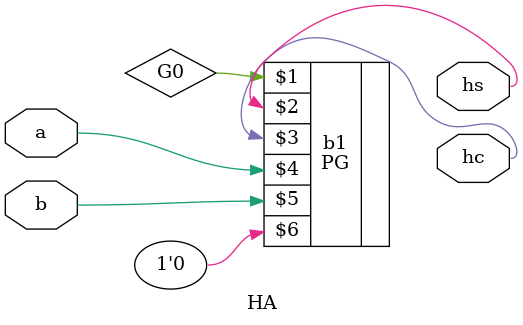
<source format=v>
`timescale 1ns / 1ps
module HA(hs,hc,a,b);
input a,b;
output hs,hc;
wire G0;
PG b1(G0,hs,hc,a,b,1'b0);
//assign hs = a^b;
//assign hc = a&b;

endmodule
</source>
